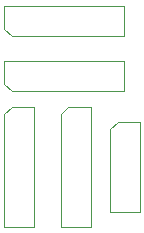
<source format=gbr>
%TF.GenerationSoftware,KiCad,Pcbnew,9.0.0*%
%TF.CreationDate,2025-03-21T22:47:36-04:00*%
%TF.ProjectId,PawPlans,50617750-6c61-46e7-932e-6b696361645f,0.5.0*%
%TF.SameCoordinates,Original*%
%TF.FileFunction,AssemblyDrawing,Top*%
%FSLAX46Y46*%
G04 Gerber Fmt 4.6, Leading zero omitted, Abs format (unit mm)*
G04 Created by KiCad (PCBNEW 9.0.0) date 2025-03-21 22:47:36*
%MOMM*%
%LPD*%
G01*
G04 APERTURE LIST*
%ADD10C,0.100000*%
G04 APERTURE END LIST*
D10*
%TO.C,DM_PORT_B1*%
X108890000Y-57730000D02*
X108890000Y-60270000D01*
X98730000Y-57730000D02*
X108890000Y-57730000D01*
X98730000Y-59635000D02*
X98730000Y-57730000D01*
X108890000Y-60270000D02*
X99365000Y-60270000D01*
X99365000Y-60270000D02*
X98730000Y-59635000D01*
%TO.C,DM_PORT_A1*%
X108890000Y-62380000D02*
X108890000Y-64920000D01*
X98730000Y-62380000D02*
X108890000Y-62380000D01*
X98730000Y-64285000D02*
X98730000Y-62380000D01*
X108890000Y-64920000D02*
X99365000Y-64920000D01*
X99365000Y-64920000D02*
X98730000Y-64285000D01*
%TO.C,PROXY1*%
X101270000Y-76415000D02*
X98730000Y-76415000D01*
X101270000Y-66255000D02*
X101270000Y-76415000D01*
X99365000Y-66255000D02*
X101270000Y-66255000D01*
X98730000Y-76415000D02*
X98730000Y-66890000D01*
X98730000Y-66890000D02*
X99365000Y-66255000D01*
%TO.C,LD_CELL_AMP1*%
X106070000Y-76415000D02*
X103530000Y-76415000D01*
X106070000Y-66255000D02*
X106070000Y-76415000D01*
X104165000Y-66255000D02*
X106070000Y-66255000D01*
X103530000Y-76415000D02*
X103530000Y-66890000D01*
X103530000Y-66890000D02*
X104165000Y-66255000D01*
%TO.C,SERVO1*%
X110270000Y-75150000D02*
X107730000Y-75150000D01*
X110270000Y-67530000D02*
X110270000Y-75150000D01*
X108365000Y-67530000D02*
X110270000Y-67530000D01*
X107730000Y-75150000D02*
X107730000Y-68165000D01*
X107730000Y-68165000D02*
X108365000Y-67530000D01*
%TD*%
M02*

</source>
